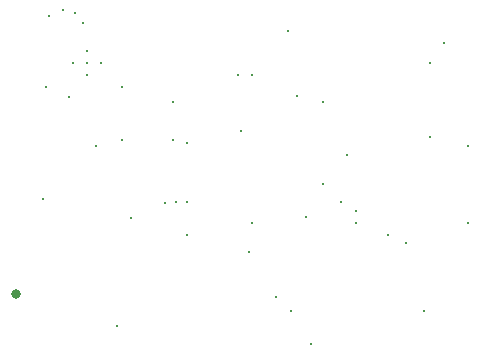
<source format=gbr>
%TF.GenerationSoftware,Altium Limited,Altium Designer,18.1.9 (240)*%
G04 Layer_Color=0*
%FSLAX26Y26*%
%MOIN*%
%TF.FileFunction,Plated,1,2,PTH,Drill*%
%TF.Part,Single*%
G01*
G75*
%TA.AperFunction,OtherDrill,Pad Free-2 (167.323mil,275.591mil)*%
%ADD85C,0.031496*%
%TA.AperFunction,ViaDrill,NotFilled*%
%ADD86C,0.011811*%
D85*
X167323Y275591D02*
D03*
D86*
X549440Y527854D02*
D03*
X255905Y590551D02*
D03*
X662308Y579169D02*
D03*
X698817Y580707D02*
D03*
X388858Y1177933D02*
D03*
X364173Y1210630D02*
D03*
X344488Y932294D02*
D03*
X521654Y964567D02*
D03*
X265748D02*
D03*
X324803Y1220472D02*
D03*
X433071Y767716D02*
D03*
X1269685Y738189D02*
D03*
X1545276Y797244D02*
D03*
X738189Y777559D02*
D03*
X915354Y816929D02*
D03*
X1102362Y935039D02*
D03*
X1131890Y531496D02*
D03*
X1407480Y472441D02*
D03*
X1299213Y551181D02*
D03*
Y511811D02*
D03*
X1594488Y1112205D02*
D03*
X275591Y1200787D02*
D03*
X1250000Y580709D02*
D03*
X1466535Y442913D02*
D03*
X1525591Y216535D02*
D03*
X1190945Y639764D02*
D03*
Y915354D02*
D03*
X1072835Y1151575D02*
D03*
X738189Y580709D02*
D03*
Y472441D02*
D03*
X1082677Y216535D02*
D03*
X1151575Y108268D02*
D03*
X501969Y167323D02*
D03*
X944882Y413386D02*
D03*
X688976Y915354D02*
D03*
Y787402D02*
D03*
X521654D02*
D03*
X1673228Y767716D02*
D03*
Y511811D02*
D03*
X1033465Y265748D02*
D03*
X1545276Y1043307D02*
D03*
X954724Y511811D02*
D03*
X905512Y1003937D02*
D03*
X954724D02*
D03*
X403543Y1043307D02*
D03*
Y1003937D02*
D03*
Y1082677D02*
D03*
X450787Y1043307D02*
D03*
X356299D02*
D03*
%TF.MD5,27adca0114861b37a7131d9c85857c57*%
M02*

</source>
